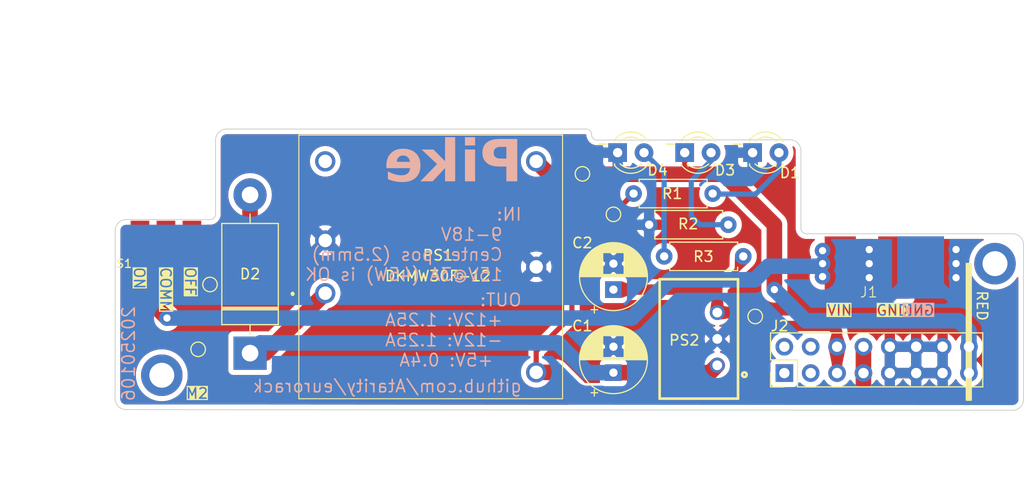
<source format=kicad_pcb>
(kicad_pcb (version 20240108) (generator "pcbnew") (generator_version "8.0")
  (layers (0 "F.Cu" signal) (31 "B.Cu" signal) (34 "B.Paste" user) (35 "F.Paste" user) (36 "B.SilkS" user "B.Silkscreen") (37 "F.SilkS" user "F.Silkscreen") (38 "B.Mask" user) (39 "F.Mask" user) (44 "Edge.Cuts" user))
  (net 0 "")
  (net 1 "Net-(D2-K)")
  (net 2 "GND")
  (net 3 "+5V")
  (net 4 "Net-(D1-A)")
  (net 6 "Net-(D3-A)")
  (net 7 "Net-(D4-A)")
  (net 8 "Net-(S1-NO)")
  (net 10 "+12V")
  (net 11 "Net-(D2-A)")
  (net 16 "-12V")
  (footprint "LED_THT:LED_D3.0mm_IRBlack" (layer "F.Cu") (at 108.403772 52.308826)
    (property "Reference" "D4" (at 3.846228 1.691174 0) (layer "F.SilkS"))
    (property "Value" "IR204A")
    (pad "1" thru_hole rect (at 0 0) (size 1.8 1.8) (drill 0.9) (layers "*.Cu" "*.Mask") (net 2 "GND"))
    (pad "2" thru_hole circle (at 2.54 0) (size 1.8 1.8) (drill 0.9) (layers "*.Cu" "*.Mask") (net 7 "Net-(D4-A)"))
  )
  (footprint "Capacitor_THT:CP_Radial_D6.3mm_P2.50mm" (layer "F.Cu") (at 108 65.5 90)
    (property "Reference" "C2" (at 4.5 -3 180) (layer "F.SilkS"))
    (property "Value" "22uF")
    (pad "1" thru_hole rect (at 0 0 90) (size 1.6 1.6) (drill 0.8) (layers "*.Cu" "*.Mask") (net 3 "+5V"))
    (pad "2" thru_hole circle (at 2.5 0 90) (size 1.6 1.6) (drill 0.8) (layers "*.Cu" "*.Mask") (net 2 "GND"))
  )
  (footprint "TSR_0.5-2450:TSR-0.5-2433" (layer "F.Cu") (at 120 76 90)
    (property "Reference" "PS2" (at 5.625082 -5.178663 180) (layer "F.SilkS"))
    (property "Value" "TSR_0.5-2450" (hide yes))
    (pad "1" thru_hole circle (at 3.21 -2 90) (size 1.44 1.44) (drill 0.94) (layers "*.Cu" "*.Mask") (net 1 "Net-(D2-K)"))
    (pad "2" thru_hole circle (at 5.75 -2 90) (size 1.44 1.44) (drill 0.94) (layers "*.Cu" "*.Mask") (net 2 "GND"))
    (pad "3" thru_hole circle (at 8.29 -2 90) (size 1.44 1.44) (drill 0.94) (layers "*.Cu" "*.Mask") (net 3 "+5V"))
  )
  (footprint "Connector_PinHeader_2.54mm:PinHeader_2x08_P2.54mm_Vertical" (layer "F.Cu") (at 124.46 73.54 90)
    (property "Reference" "J2" (at 4.54 -0.46 180) (layer "F.SilkS"))
    (property "Value" "Power bus 02x08")
    (pad "1" thru_hole rect (at 0 0 90) (size 1.7 1.7) (drill 1) (layers "*.Cu" "*.Mask"))
    (pad "2" thru_hole oval (at 2.54 0 90) (size 1.7 1.7) (drill 1) (layers "*.Cu" "*.Mask"))
    (pad "3" thru_hole oval (at 0 2.54 90) (size 1.7 1.7) (drill 1) (layers "*.Cu" "*.Mask"))
    (pad "4" thru_hole oval (at 2.54 2.54 90) (size 1.7 1.7) (drill 1) (layers "*.Cu" "*.Mask"))
    (pad "5" thru_hole oval (at 0 5.08 90) (size 1.7 1.7) (drill 1) (layers "*.Cu" "*.Mask") (net 3 "+5V"))
    (pad "6" thru_hole oval (at 2.54 5.08 90) (size 1.7 1.7) (drill 1) (layers "*.Cu" "*.Mask") (net 3 "+5V"))
    (pad "7" thru_hole oval (at 0 7.62 90) (size 1.7 1.7) (drill 1) (layers "*.Cu" "*.Mask") (net 10 "+12V"))
    (pad "8" thru_hole oval (at 2.54 7.62 90) (size 1.7 1.7) (drill 1) (layers "*.Cu" "*.Mask") (net 10 "+12V"))
    (pad "9" thru_hole oval (at 0 10.16 90) (size 1.7 1.7) (drill 1) (layers "*.Cu" "*.Mask") (net 2 "GND"))
    (pad "10" thru_hole oval (at 2.54 10.16 90) (size 1.7 1.7) (drill 1) (layers "*.Cu" "*.Mask") (net 2 "GND"))
    (pad "11" thru_hole oval (at 0 12.7 90) (size 1.7 1.7) (drill 1) (layers "*.Cu" "*.Mask") (net 2 "GND"))
    (pad "12" thru_hole oval (at 2.54 12.7 90) (size 1.7 1.7) (drill 1) (layers "*.Cu" "*.Mask") (net 2 "GND"))
    (pad "13" thru_hole oval (at 0 15.24 90) (size 1.7 1.7) (drill 1) (layers "*.Cu" "*.Mask") (net 2 "GND"))
    (pad "14" thru_hole oval (at 2.54 15.24 90) (size 1.7 1.7) (drill 1) (layers "*.Cu" "*.Mask") (net 2 "GND"))
    (pad "15" thru_hole oval (at 0 17.78 90) (size 1.7 1.7) (drill 1) (layers "*.Cu" "*.Mask") (net 16 "-12V"))
    (pad "16" thru_hole oval (at 2.54 17.78 90) (size 1.7 1.7) (drill 1) (layers "*.Cu" "*.Mask") (net 16 "-12V"))
  )
  (footprint "2MS1T2B3M2QES:2MS1-pcb-edge" (layer "F.Cu") (at 64.889493 63.695703)
    (property "Reference" "S1" (at -4.023665 -0.695977 0) (layer "F.SilkS") (effects (font (size 0.8 0.8) (thickness 0.125))))
    (property "Value" "2MS1T2B3M2QES")
    (pad "1" smd rect (at -2.490839 -2.829132) (size 1.8 4) (layers "F.Cu" "F.Paste" "F.Mask") (net 8 "Net-(S1-NO)"))
    (pad "2" smd rect (at 0.009161 -2.829132) (size 1.8 4) (layers "F.Cu" "F.Paste" "F.Mask") (net 11 "Net-(D2-A)"))
    (pad "3" smd rect (at 2.509161 -2.829132) (size 1.8 4) (layers "F.Cu" "F.Paste" "F.Mask"))
  )
  (footprint "PJ-005A:PJ005A" (layer "F.Cu") (at 134.337985 68.367613)
    (property "Reference" "J1" (at -1.750461 -2.617613 0) (layer "F.SilkS") (effects (font (thickness 0.1))))
    (property "Value" "PJ-005A" (hide yes))
    (pad "1" smd rect (at -4.491441 -4.989555 270) (size 6 3) (layers "F.Cu" "F.Paste" "F.Mask") (net 8 "Net-(S1-NO)"))
    (pad "2" smd rect (at 0.662015 -4.989555 270) (size 6 3) (layers "F.Cu" "F.Paste" "F.Mask") (net 2 "GND"))
    (pad "3" smd rect (at 3.25 -5 270) (size 6 4.5) (layers "B.Cu" "B.Paste" "B.Mask") (net 2 "GND"))
  )
  (footprint "TestPoint:TestPoint_Pad_D1.0mm" (layer "F.Cu") (at 121.654729 68.085113)
    (property "Reference" "TP4" (hide yes))
    (property "Value" "+5V")
    (pad "1" smd circle (at 0 0) (size 1 1) (layers "F.Cu" "F.Mask") (net 3 "+5V"))
  )
  (footprint "LED_THT:LED_D3.0mm_IRBlack" (layer "F.Cu") (at 121.403772 52.308826)
    (property "Reference" "D1" (at 3.596228 1.941174 0) (layer "F.SilkS"))
    (property "Value" "IR204A")
    (pad "1" thru_hole rect (at 0 0) (size 1.8 1.8) (drill 0.9) (layers "*.Cu" "*.Mask") (net 2 "GND"))
    (pad "2" thru_hole circle (at 2.54 0) (size 1.8 1.8) (drill 0.9) (layers "*.Cu" "*.Mask") (net 4 "Net-(D1-A)"))
  )
  (footprint "Capacitor_THT:CP_Radial_D6.3mm_P2.50mm" (layer "F.Cu") (at 108 73.5 90)
    (property "Reference" "C1" (at 4.5 -3 180) (layer "F.SilkS"))
    (property "Value" "22uF")
    (pad "1" thru_hole rect (at 0 0 90) (size 1.6 1.6) (drill 0.8) (layers "*.Cu" "*.Mask") (net 1 "Net-(D2-K)"))
    (pad "2" thru_hole circle (at 2.5 0 90) (size 1.6 1.6) (drill 0.8) (layers "*.Cu" "*.Mask") (net 2 "GND"))
  )
  (footprint "TestPoint:TestPoint_Pad_D1.0mm" (layer "F.Cu") (at 105.013814 54.349595)
    (property "Reference" "TP3" (hide yes))
    (property "Value" "-12V")
    (pad "1" smd circle (at 0 0) (size 1 1) (layers "F.Cu" "F.Mask") (net 16 "-12V"))
  )
  (footprint "Resistor_THT:R_Axial_DIN0207_L6.3mm_D2.5mm_P7.62mm_Horizontal" (layer "F.Cu") (at 117.56 56.25 180)
    (property "Reference" "R1" (at 3.900253 -0.012969 0) (layer "F.SilkS"))
    (property "Value" "2K2")
    (pad "1" thru_hole circle (at 0 0 180) (size 1.6 1.6) (drill 0.8) (layers "*.Cu" "*.Mask") (net 4 "Net-(D1-A)"))
    (pad "2" thru_hole oval (at 7.62 0 180) (size 1.6 1.6) (drill 0.8) (layers "*.Cu" "*.Mask") (net 10 "+12V"))
  )
  (footprint "DKMW30F-12:DKMW30F15" (layer "F.Cu") (at 80.240222 65.848369 -90)
    (property "Reference" "PS1" (at -3.657348 -10.855071 180) (layer "F.SilkS"))
    (property "Value" "DKMW30F-12" (hide yes))
    (pad "1" thru_hole circle (at 0 0 270) (size 1.95 1.95) (drill 1.3) (layers "*.Cu" "*.Mask") (net 1 "Net-(D2-K)"))
    (pad "2" thru_hole circle (at -5.08 0 270) (size 1.95 1.95) (drill 1.3) (layers "*.Cu" "*.Mask") (net 2 "GND"))
    (pad "3" thru_hole circle (at 7.62 -20.32 270) (size 1.95 1.95) (drill 1.3) (layers "*.Cu" "*.Mask") (net 10 "+12V"))
    (pad "4" thru_hole circle (at -2.54 -20.32 270) (size 1.95 1.95) (drill 1.3) (layers "*.Cu" "*.Mask") (net 2 "GND"))
    (pad "5" thru_hole circle (at -12.7 -20.32 270) (size 1.95 1.95) (drill 1.3) (layers "*.Cu" "*.Mask") (net 16 "-12V"))
    (pad "6" thru_hole circle (at -12.7 0 270) (size 1.95 1.95) (drill 1.3) (layers "*.Cu" "*.Mask"))
  )
  (footprint "TestPoint:TestPoint_Pad_D1.0mm" (layer "F.Cu") (at 108 58.25)
    (property "Reference" "TP2" (hide yes))
    (property "Value" "+12V")
    (pad "1" smd circle (at 0 0) (size 1 1) (layers "F.Cu" "F.Mask") (net 10 "+12V"))
  )
  (footprint "Resistor_THT:R_Axial_DIN0207_L6.3mm_D2.5mm_P7.62mm_Horizontal" (layer "F.Cu") (at 120.504623 62.298983 180)
    (property "Reference" "R3" (at 3.836282 -0.021831 0) (layer "F.SilkS"))
    (property "Value" "1K")
    (pad "1" thru_hole circle (at 0 0 180) (size 1.6 1.6) (drill 0.8) (layers "*.Cu" "*.Mask") (net 3 "+5V"))
    (pad "2" thru_hole oval (at 7.62 0 180) (size 1.6 1.6) (drill 0.8) (layers "*.Cu" "*.Mask") (net 7 "Net-(D4-A)"))
  )
  (footprint "LED_THT:LED_D3.0mm_IRBlack" (layer "F.Cu") (at 114.863772 52.308826)
    (property "Reference" "D3" (at 3.886228 1.691174 0) (layer "F.SilkS"))
    (property "Value" "IR204A")
    (pad "1" thru_hole rect (at 0 0) (size 1.8 1.8) (drill 0.9) (layers "*.Cu" "*.Mask") (net 16 "-12V"))
    (pad "2" thru_hole circle (at 2.54 0) (size 1.8 1.8) (drill 0.9) (layers "*.Cu" "*.Mask") (net 6 "Net-(D3-A)"))
  )
  (footprint "TestPoint:TestPoint_Pad_D1.0mm" (layer "F.Cu") (at 69.141317 65.007212)
    (property "Reference" "TP1" (hide yes))
    (property "Value" "IN+")
    (pad "1" smd circle (at 0 0) (size 1 1) (layers "F.Cu" "F.Mask") (net 11 "Net-(D2-A)"))
  )
  (footprint "Resistor_THT:R_Axial_DIN0207_L6.3mm_D2.5mm_P7.62mm_Horizontal" (layer "F.Cu") (at 119.06 59.25 180)
    (property "Reference" "R2" (at 3.861387 0.07027 0) (layer "F.SilkS"))
    (property "Value" "2K2")
    (pad "1" thru_hole circle (at 0 0 180) (size 1.6 1.6) (drill 0.8) (layers "*.Cu" "*.Mask") (net 6 "Net-(D3-A)"))
    (pad "2" thru_hole oval (at 7.62 0 180) (size 1.6 1.6) (drill 0.8) (layers "*.Cu" "*.Mask") (net 2 "GND"))
  )
  (footprint "TestPoint:TestPoint_Pad_D1.0mm" (layer "F.Cu") (at 68 71.25)
    (property "Reference" "TP5" (hide yes))
    (property "Value" "GND")
    (pad "1" smd circle (at 0 0) (size 1 1) (layers "F.Cu" "F.Mask") (net 2 "GND"))
  )
  (footprint "Diode_THT:D_DO-201AD_P15.24mm_Horizontal" (layer "F.Cu") (at 73 71.62 90)
    (property "Reference" "D2" (at 7.62 0 180) (layer "F.SilkS"))
    (property "Value" "1N5400")
    (pad "1" thru_hole rect (at 0 0 90) (size 3.2 3.2) (drill 1.6) (layers "*.Cu" "*.Mask") (net 1 "Net-(D2-K)"))
    (pad "2" thru_hole oval (at 15.24 0 90) (size 3.2 3.2) (drill 1.6) (layers "*.Cu" "*.Mask") (net 11 "Net-(D2-A)"))
  )
  (gr_rect (start 142 63) (end 142.450935 76.142708) (stroke (width 0.15)) (fill solid) (layer "F.SilkS"))
  (gr_line (start 147.5 61.177705) (end 147.5 76.066679) (stroke (width 0.09)) (layer "Edge.Cuts"))
  (gr_line (start 70.736342 50.039556) (end 105.361939 50.039556) (stroke (width 0.09)) (layer "Edge.Cuts"))
  (gr_curve (pts (xy 105.361939 50.039556) (xy 105.655803 50.039556) (xy 105.894027 50.27778) (xy 105.894027 50.571644)) (stroke (width 0.09)) (layer "Edge.Cuts"))
  (gr_line (start 69.679118 58.218831) (end 69.679118 51.09678) (stroke (width 0.09)) (layer "Edge.Cuts"))
  (gr_line (start 146.441938 77.123903) (end 61.056386 77.058251) (stroke (width 0.09)) (layer "Edge.Cuts"))
  (gr_curve (pts (xy 69.679118 51.09678) (xy 69.679118 50.512892) (xy 70.152453 50.039556) (xy 70.736342 50.039556)) (stroke (width 0.09)) (layer "Edge.Cuts"))
  (gr_curve (pts (xy 146.442776 60.12048) (xy 147.026665 60.12048) (xy 147.5 60.593816) (xy 147.5 61.177705)) (stroke (width 0.09)) (layer "Edge.Cuts"))
  (gr_curve (pts (xy 105.894027 50.571645) (xy 105.894027 50.865901) (xy 106.132863 51.104287) (xy 106.427119 51.103732)) (stroke (width 0.09)) (layer "Edge.Cuts"))
  (gr_line (start 60 76) (end 60.015727 59.807116) (stroke (width 0.09)) (layer "Edge.Cuts"))
  (gr_curve (pts (xy 69.14703 58.750919) (xy 69.440894 58.750919) (xy 69.679118 58.512695) (xy 69.679118 58.218831)) (stroke (width 0.09)) (layer "Edge.Cuts"))
  (gr_line (start 61.072951 58.750919) (end 69.14703 58.750919) (stroke (width 0.09)) (layer "Edge.Cuts"))
  (gr_curve (pts (xy 60.015727 59.807116) (xy 60.016294 59.223628) (xy 60.489463 58.750919) (xy 61.072951 58.750919)) (stroke (width 0.09)) (layer "Edge.Cuts"))
  (gr_curve (pts (xy 126.055677 59.588393) (xy 126.055677 59.882257) (xy 126.293901 60.12048) (xy 126.587765 60.12048)) (stroke (width 0.09)) (layer "Edge.Cuts"))
  (gr_curve (pts (xy 147.5 76.066679) (xy 147.5 76.650895) (xy 147.026154 77.124366) (xy 146.441938 77.123903)) (stroke (width 0.09)) (layer "Edge.Cuts"))
  (gr_curve (pts (xy 61.056386 77.058251) (xy 60.472423 77.057789) (xy 59.999432 76.583963) (xy 60 76)) (stroke (width 0.09)) (layer "Edge.Cuts"))
  (gr_curve (pts (xy 124.996457 51.068677) (xy 125.581124 51.067573) (xy 126.055677 51.54123) (xy 126.055677 52.125899)) (stroke (width 0.09)) (layer "Edge.Cuts"))
  (gr_line (start 106.427119 51.103732) (end 124.996457 51.068677) (stroke (width 0.09)) (layer "Edge.Cuts"))
  (gr_line (start 126.587765 60.12048) (end 146.442776 60.12048) (stroke (width 0.09)) (layer "Edge.Cuts"))
  (gr_line (start 126.055677 52.125899) (end 126.055677 59.588393) (stroke (width 0.09)) (layer "Edge.Cuts"))
  (gr_text "github.com/Atarity/eurorack" (at 99.25 75.5 0) (layer "B.SilkS") (effects (font (size 1.2 1.2)) (justify left bottom mirror)))
  (gr_text "20250106" (at 62 67 90) (layer "B.SilkS") (effects (font (size 1.2 1.2)) (justify left bottom mirror)))
  (gr_text "GND" (at 139 67.5 0) (layer "B.SilkS" knockout) (effects (font (size 1 1)) (justify left mirror)))
  (gr_text "OUT:\n  +12V: 1.25A\n  -12V: 1.25A\n   +5V: 0.4A" (at 99.25 73 0) (layer "B.SilkS") (effects (font (size 1.2 1.2)) (justify left bottom mirror)))
  (gr_text "Pike" (at 99.25 55.75 0) (layer "B.SilkS") (effects (font (size 4 4) (thickness 0.8) (bold yes)) (justify left bottom mirror)))
  (gr_text "IN:\n  9-18V\n  Center pos (2.5mm)\n  15V@3A (45W) is OK" (at 99.25 64.75 0) (layer "B.SilkS") (effects (font (size 1.2 1.2)) (justify left bottom mirror)))
  (gr_text "M2" (at 66.75 75.5 0) (layer "F.SilkS" knockout) (effects (font (size 1 1)) (justify left)))
  (gr_text "-" (at 112.75 52 0) (layer "F.SilkS") (effects (font (size 1 1)) (justify left bottom)))
  (gr_text "DKMW30F-12" (at 91.095293 64.191021 0) (layer "F.SilkS") (effects (font (size 1 1))))
  (gr_text "OFF" (at 67.25 63.25 270) (layer "F.SilkS" knockout) (effects (font (size 1 1)) (justify left)))
  (gr_text "VIN" (at 128.5 67.5 0) (layer "F.SilkS" knockout) (effects (font (size 1 1)) (justify left)))
  (gr_text "-" (at 106.25 52 0) (layer "F.SilkS") (effects (font (size 1 1)) (justify left bottom)))
  (gr_text "ON" (at 62.326571 63.25 270) (layer "F.SilkS" knockout) (effects (font (size 1 1)) (justify left)))
  (gr_text "RED" (at 142.923479 65.5 -90) (layer "F.SilkS") (effects (font (size 1 1)) (justify left bottom)))
  (gr_text "COMM" (at 64.862692 63.25 270) (layer "F.SilkS" knockout) (effects (font (size 1 1)) (justify left)))
  (gr_text "GND" (at 133.25 67.5 0) (layer "F.SilkS" knockout) (effects (font (size 1 1)) (justify left)))
  (gr_text "-" (at 119.25 52 0) (layer "F.SilkS") (effects (font (size 1 1)) (justify left bottom)))
  (via (at 64.5 73.75) (size 4) (drill 2.4) (layers "F.Cu" "B.Cu") (net 0))
  (via (at 144.75 63) (size 4) (drill 2.4) (layers "F.Cu" "B.Cu") (net 0))
  (segment (start 117.29 73.5) (end 118 72.79) (width 1.5) (layer "F.Cu") (net 1))
  (segment (start 73 71.62) (end 74.468591 71.62) (width 1.5) (layer "F.Cu") (net 1))
  (segment (start 74.468591 71.62) (end 80.240222 65.848369) (width 1.5) (layer "F.Cu") (net 1))
  (segment (start 108 73.5) (end 117.29 73.5) (width 1.5) (layer "F.Cu") (net 1))
  (segment (start 108 73.5) (end 105.5 73.5) (width 1.5) (layer "B.Cu") (net 1))
  (segment (start 73.985559 70.634441) (end 73 71.62) (width 1.5) (layer "B.Cu") (net 1))
  (segment (start 105.5 73.5) (end 102.634441 70.634441) (width 1.5) (layer "B.Cu") (net 1))
  (segment (start 102.634441 70.634441) (end 73.985559 70.634441) (width 1.5) (layer "B.Cu") (net 1))
  (via (at 141 61.639543) (size 1.5) (drill 0.7) (layers "F.Cu" "B.Cu") (net 2))
  (via (at 132.635818 64.353812) (size 1.5) (drill 0.7) (layers "F.Cu" "B.Cu") (net 2))
  (via (at 132.635818 63) (size 1.5) (drill 0.7) (layers "F.Cu" "B.Cu") (net 2))
  (via (at 141 64.353811) (size 1.5) (drill 0.7) (layers "F.Cu" "B.Cu") (net 2))
  (via (at 132.635818 61.646188) (size 1.5) (drill 0.7) (layers "F.Cu" "B.Cu") (net 2))
  (via (at 141 62.996677) (size 1.5) (drill 0.7) (layers "F.Cu" "B.Cu") (net 2))
  (segment (start 118 67.71) (end 118 65.5) (width 1) (layer "F.Cu") (net 3))
  (segment (start 118 67.71) (end 121.281124 67.71) (width 1) (layer "F.Cu") (net 3))
  (segment (start 118 65.5) (end 120.504623 62.995377) (width 0.5) (layer "F.Cu") (net 3))
  (segment (start 129.54 69.54) (end 129.54 71) (width 1) (layer "F.Cu") (net 3))
  (segment (start 129.54 71) (end 129.54 73.54) (width 1) (layer "F.Cu") (net 3))
  (segment (start 129 69) (end 129.54 69.54) (width 1) (layer "F.Cu") (net 3))
  (segment (start 121.281124 67.71) (end 122.571124 69) (width 1) (layer "F.Cu") (net 3))
  (segment (start 118 65.5) (end 108 65.5) (width 1) (layer "F.Cu") (net 3))
  (segment (start 120.504623 62.995377) (end 120.504623 62.298983) (width 0.5) (layer "F.Cu") (net 3))
  (segment (start 122.571124 69) (end 129 69) (width 1) (layer "F.Cu") (net 3))
  (segment (start 117.608983 56.298983) (end 117.56 56.25) (width 0.5) (layer "B.Cu") (net 4))
  (segment (start 121.701017 56.298983) (end 117.608983 56.298983) (width 0.5) (layer "B.Cu") (net 4))
  (segment (start 123.943772 52.308826) (end 123.943772 54.056228) (width 0.5) (layer "B.Cu") (net 4))
  (segment (start 123.943772 54.056228) (end 121.701017 56.298983) (width 0.5) (layer "B.Cu") (net 4))
  (segment (start 117.403772 52.308826) (end 117.403772 53.096228) (width 0.5) (layer "B.Cu") (net 6))
  (segment (start 116.337667 59.25) (end 119.06 59.25) (width 0.5) (layer "B.Cu") (net 6))
  (segment (start 117.403772 53.096228) (end 115.5 55) (width 0.5) (layer "B.Cu") (net 6))
  (segment (start 115.5 55) (end 115.5 58.412333) (width 0.5) (layer "B.Cu") (net 6))
  (segment (start 115.5 58.412333) (end 116.337667 59.25) (width 0.5) (layer "B.Cu") (net 6))
  (segment (start 112.884623 54.249677) (end 112.884623 62.298983) (width 0.5) (layer "B.Cu") (net 7))
  (segment (start 110.943772 52.308826) (end 112.884623 54.249677) (width 0.5) (layer "B.Cu") (net 7))
  (segment (start 62.395781 65.63483) (end 65 68.239049) (width 1.5) (layer "F.Cu") (net 8))
  (segment (start 62.398654 64.601346) (end 62.395781 64.604219) (width 0.5) (layer "F.Cu") (net 8))
  (segment (start 62.398654 60.866571) (end 62.398654 64.601346) (width 1.5) (layer "F.Cu") (net 8))
  (segment (start 128.39572 63) (end 128.773778 63.378058) (width 0.8) (layer "F.Cu") (net 8))
  (segment (start 62.395781 64.604219) (end 62.395781 65.63483) (width 1.5) (layer "F.Cu") (net 8))
  (segment (start 127.901836 64.25) (end 128.773778 63.378058) (width 0.5) (layer "F.Cu") (net 8))
  (via (at 128.142576 64.25) (size 1.5) (drill 0.7) (layers "F.Cu" "B.Cu") (net 8))
  (via (at 65 68.239049) (size 1.5) (drill 0.7) (layers "F.Cu" "B.Cu") (net 8))
  (via (at 128.142576 61.75) (size 1.5) (drill 0.7) (layers "F.Cu" "B.Cu") (net 8))
  (via (at 128.142576 63) (size 1.5) (drill 0.7) (layers "F.Cu" "B.Cu") (net 8))
  (segment (start 121.610705 64.554171) (end 122.914876 63.25) (width 1.5) (layer "B.Cu") (net 8))
  (segment (start 127.892576 63.25) (end 128.142576 63) (width 1.5) (layer "B.Cu") (net 8))
  (segment (start 65 68.239049) (end 109.760951 68.239049) (width 1.5) (layer "B.Cu") (net 8))
  (segment (start 122.914876 63.25) (end 127.892576 63.25) (width 1.5) (layer "B.Cu") (net 8))
  (segment (start 109.760951 68.239049) (end 113.445829 64.554171) (width 1.5) (layer "B.Cu") (net 8))
  (segment (start 113.445829 64.554171) (end 121.610705 64.554171) (width 1.5) (layer "B.Cu") (net 8))
  (segment (start 104 68) (end 104 62.19) (width 0.5) (layer "F.Cu") (net 10))
  (segment (start 131.75 75.75) (end 132.08 75.42) (width 1.5) (layer "F.Cu") (net 10))
  (segment (start 102.468369 73.468369) (end 104.75 75.75) (width 1.5) (layer "F.Cu") (net 10))
  (segment (start 132.08 73.54) (end 132.08 71) (width 1.5) (layer "F.Cu") (net 10))
  (segment (start 132.08 75.42) (end 132.08 73.54) (width 1.5) (layer "F.Cu") (net 10))
  (segment (start 100.560222 73.468369) (end 102.468369 73.468369) (width 1.5) (layer "F.Cu") (net 10))
  (segment (start 131.75 73.87) (end 132.08 73.54) (width 0.5) (layer "F.Cu") (net 10))
  (segment (start 104.75 75.75) (end 131.75 75.75) (width 1.5) (layer "F.Cu") (net 10))
  (segment (start 100.560222 73.468369) (end 100.560222 71.439778) (width 0.5) (layer "F.Cu") (net 10))
  (segment (start 100.560222 71.439778) (end 104 68) (width 0.5) (layer "F.Cu") (net 10))
  (segment (start 104 62.19) (end 109.94 56.25) (width 0.5) (layer "F.Cu") (net 10))
  (segment (start 64.898654 60.866571) (end 64.898654 63.898654) (width 1.5) (layer "F.Cu") (net 11))
  (segment (start 66 65) (end 67 65) (width 1.5) (layer "F.Cu") (net 11))
  (segment (start 67 65) (end 72 65) (width 1.5) (layer "F.Cu") (net 11))
  (segment (start 72 65) (end 73 64) (width 1.5) (layer "F.Cu") (net 11))
  (segment (start 64.898654 63.898654) (end 66 65) (width 1.5) (layer "F.Cu") (net 11))
  (segment (start 73 64) (end 73 56.38) (width 1.5) (layer "F.Cu") (net 11))
  (segment (start 114.863772 54.607409) (end 115 54.743637) (width 0.5) (layer "F.Cu") (net 16))
  (segment (start 101.800726 54.388873) (end 100.560222 53.148369) (width 1.5) (layer "F.Cu") (net 16))
  (segment (start 118.75 54.5) (end 118.638873 54.388873) (width 1.5) (layer "F.Cu") (net 16))
  (segment (start 123.5 65.5) (end 123.5 59.25) (width 1.5) (layer "F.Cu") (net 16))
  (segment (start 114.863772 52.308826) (end 114.863772 54.607409) (width 0.5) (layer "F.Cu") (net 16))
  (segment (start 123.5 59.25) (end 118.75 54.5) (width 1.5) (layer "F.Cu") (net 16))
  (segment (start 118.638873 54.388873) (end 101.800726 54.388873) (width 1.5) (layer "F.Cu") (net 16))
  (via (at 123.5 65.5) (size 1.5) (drill 0.7) (layers "F.Cu" "B.Cu") (net 16))
  (segment (start 141.25 68.5) (end 142.24 69.49) (width 1.5) (layer "B.Cu") (net 16))
  (segment (start 142.24 71) (end 142.24 73.54) (width 1.5) (layer "B.Cu") (net 16))
  (segment (start 126.5 68.5) (end 141.25 68.5) (width 1.5) (layer "B.Cu") (net 16))
  (segment (start 123.5 65.5) (end 126.5 68.5) (width 1.5) (layer "B.Cu") (net 16))
  (segment (start 142.24 69.49) (end 142.24 71) (width 1.5) (layer "B.Cu") (net 16))
  (zone (net 2) (net_name "GND") (layer "F.Cu") (name "GND") (connect_pads (clearance 0.5)) (min_thickness 0.15) (fill yes (thermal_gap 0.5) (thermal_bridge_width 1) (smoothing fillet) (radius 0.5))
    (polygon (pts (xy 60.25 76.75) (xy 60.25 59) (xy 69.75 59) (xy 69.75 50.25) (xy 126 50.25) (xy 126 60.25) (xy 147.25 60.25) (xy 147.25 76.5)))
  )
  (zone (net 2) (net_name "GND") (layer "B.Cu") (connect_pads (clearance 0.5)) (min_thickness 0.25) (fill yes (thermal_gap 0.5) (thermal_bridge_width 1))
    (polygon (pts (xy 60.238757 76.743548) (xy 60.25 59) (xy 69.75 59) (xy 69.75 50.25) (xy 126 50.25) (xy 126 60.25) (xy 147.25 60.25) (xy 147.25 76.75) (xy 60.263284 76.731285)))
  )
)
</source>
